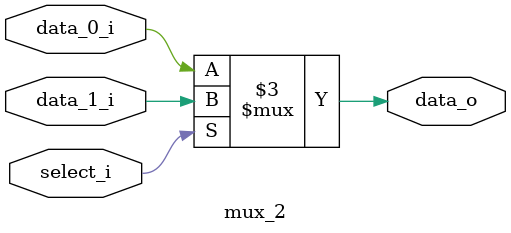
<source format=sv>
`timescale 1ns / 1ps

module mux_2 #
(
    parameter integer DATA_WIDTH = 1
)
(
    input  logic                      select_i,
           
    input  logic [DATA_WIDTH - 1 : 0] data_0_i,
    input  logic [DATA_WIDTH - 1 : 0] data_1_i,
           
    output logic [DATA_WIDTH - 1 : 0] data_o
);
    
    always_comb begin
        data_o = (1'h0 == select_i) ? data_0_i : data_1_i;
    end

endmodule

</source>
